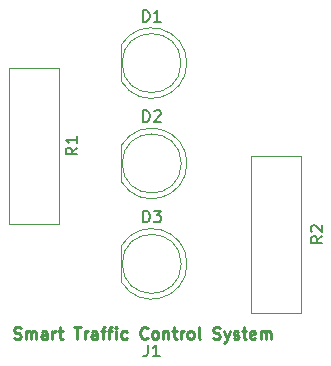
<source format=gbr>
%TF.GenerationSoftware,KiCad,Pcbnew,9.0.0*%
%TF.CreationDate,2025-03-06T15:51:13-05:00*%
%TF.ProjectId,Traffic Control System,54726166-6669-4632-9043-6f6e74726f6c,rev?*%
%TF.SameCoordinates,Original*%
%TF.FileFunction,Legend,Top*%
%TF.FilePolarity,Positive*%
%FSLAX46Y46*%
G04 Gerber Fmt 4.6, Leading zero omitted, Abs format (unit mm)*
G04 Created by KiCad (PCBNEW 9.0.0) date 2025-03-06 15:51:13*
%MOMM*%
%LPD*%
G01*
G04 APERTURE LIST*
%ADD10C,0.250000*%
%ADD11C,0.150000*%
%ADD12C,0.120000*%
G04 APERTURE END LIST*
D10*
X38854949Y-62317000D02*
X38997806Y-62364619D01*
X38997806Y-62364619D02*
X39235901Y-62364619D01*
X39235901Y-62364619D02*
X39331139Y-62317000D01*
X39331139Y-62317000D02*
X39378758Y-62269380D01*
X39378758Y-62269380D02*
X39426377Y-62174142D01*
X39426377Y-62174142D02*
X39426377Y-62078904D01*
X39426377Y-62078904D02*
X39378758Y-61983666D01*
X39378758Y-61983666D02*
X39331139Y-61936047D01*
X39331139Y-61936047D02*
X39235901Y-61888428D01*
X39235901Y-61888428D02*
X39045425Y-61840809D01*
X39045425Y-61840809D02*
X38950187Y-61793190D01*
X38950187Y-61793190D02*
X38902568Y-61745571D01*
X38902568Y-61745571D02*
X38854949Y-61650333D01*
X38854949Y-61650333D02*
X38854949Y-61555095D01*
X38854949Y-61555095D02*
X38902568Y-61459857D01*
X38902568Y-61459857D02*
X38950187Y-61412238D01*
X38950187Y-61412238D02*
X39045425Y-61364619D01*
X39045425Y-61364619D02*
X39283520Y-61364619D01*
X39283520Y-61364619D02*
X39426377Y-61412238D01*
X39854949Y-62364619D02*
X39854949Y-61697952D01*
X39854949Y-61793190D02*
X39902568Y-61745571D01*
X39902568Y-61745571D02*
X39997806Y-61697952D01*
X39997806Y-61697952D02*
X40140663Y-61697952D01*
X40140663Y-61697952D02*
X40235901Y-61745571D01*
X40235901Y-61745571D02*
X40283520Y-61840809D01*
X40283520Y-61840809D02*
X40283520Y-62364619D01*
X40283520Y-61840809D02*
X40331139Y-61745571D01*
X40331139Y-61745571D02*
X40426377Y-61697952D01*
X40426377Y-61697952D02*
X40569234Y-61697952D01*
X40569234Y-61697952D02*
X40664473Y-61745571D01*
X40664473Y-61745571D02*
X40712092Y-61840809D01*
X40712092Y-61840809D02*
X40712092Y-62364619D01*
X41616853Y-62364619D02*
X41616853Y-61840809D01*
X41616853Y-61840809D02*
X41569234Y-61745571D01*
X41569234Y-61745571D02*
X41473996Y-61697952D01*
X41473996Y-61697952D02*
X41283520Y-61697952D01*
X41283520Y-61697952D02*
X41188282Y-61745571D01*
X41616853Y-62317000D02*
X41521615Y-62364619D01*
X41521615Y-62364619D02*
X41283520Y-62364619D01*
X41283520Y-62364619D02*
X41188282Y-62317000D01*
X41188282Y-62317000D02*
X41140663Y-62221761D01*
X41140663Y-62221761D02*
X41140663Y-62126523D01*
X41140663Y-62126523D02*
X41188282Y-62031285D01*
X41188282Y-62031285D02*
X41283520Y-61983666D01*
X41283520Y-61983666D02*
X41521615Y-61983666D01*
X41521615Y-61983666D02*
X41616853Y-61936047D01*
X42093044Y-62364619D02*
X42093044Y-61697952D01*
X42093044Y-61888428D02*
X42140663Y-61793190D01*
X42140663Y-61793190D02*
X42188282Y-61745571D01*
X42188282Y-61745571D02*
X42283520Y-61697952D01*
X42283520Y-61697952D02*
X42378758Y-61697952D01*
X42569235Y-61697952D02*
X42950187Y-61697952D01*
X42712092Y-61364619D02*
X42712092Y-62221761D01*
X42712092Y-62221761D02*
X42759711Y-62317000D01*
X42759711Y-62317000D02*
X42854949Y-62364619D01*
X42854949Y-62364619D02*
X42950187Y-62364619D01*
X43902569Y-61364619D02*
X44473997Y-61364619D01*
X44188283Y-62364619D02*
X44188283Y-61364619D01*
X44807331Y-62364619D02*
X44807331Y-61697952D01*
X44807331Y-61888428D02*
X44854950Y-61793190D01*
X44854950Y-61793190D02*
X44902569Y-61745571D01*
X44902569Y-61745571D02*
X44997807Y-61697952D01*
X44997807Y-61697952D02*
X45093045Y-61697952D01*
X45854950Y-62364619D02*
X45854950Y-61840809D01*
X45854950Y-61840809D02*
X45807331Y-61745571D01*
X45807331Y-61745571D02*
X45712093Y-61697952D01*
X45712093Y-61697952D02*
X45521617Y-61697952D01*
X45521617Y-61697952D02*
X45426379Y-61745571D01*
X45854950Y-62317000D02*
X45759712Y-62364619D01*
X45759712Y-62364619D02*
X45521617Y-62364619D01*
X45521617Y-62364619D02*
X45426379Y-62317000D01*
X45426379Y-62317000D02*
X45378760Y-62221761D01*
X45378760Y-62221761D02*
X45378760Y-62126523D01*
X45378760Y-62126523D02*
X45426379Y-62031285D01*
X45426379Y-62031285D02*
X45521617Y-61983666D01*
X45521617Y-61983666D02*
X45759712Y-61983666D01*
X45759712Y-61983666D02*
X45854950Y-61936047D01*
X46188284Y-61697952D02*
X46569236Y-61697952D01*
X46331141Y-62364619D02*
X46331141Y-61507476D01*
X46331141Y-61507476D02*
X46378760Y-61412238D01*
X46378760Y-61412238D02*
X46473998Y-61364619D01*
X46473998Y-61364619D02*
X46569236Y-61364619D01*
X46759713Y-61697952D02*
X47140665Y-61697952D01*
X46902570Y-62364619D02*
X46902570Y-61507476D01*
X46902570Y-61507476D02*
X46950189Y-61412238D01*
X46950189Y-61412238D02*
X47045427Y-61364619D01*
X47045427Y-61364619D02*
X47140665Y-61364619D01*
X47473999Y-62364619D02*
X47473999Y-61697952D01*
X47473999Y-61364619D02*
X47426380Y-61412238D01*
X47426380Y-61412238D02*
X47473999Y-61459857D01*
X47473999Y-61459857D02*
X47521618Y-61412238D01*
X47521618Y-61412238D02*
X47473999Y-61364619D01*
X47473999Y-61364619D02*
X47473999Y-61459857D01*
X48378760Y-62317000D02*
X48283522Y-62364619D01*
X48283522Y-62364619D02*
X48093046Y-62364619D01*
X48093046Y-62364619D02*
X47997808Y-62317000D01*
X47997808Y-62317000D02*
X47950189Y-62269380D01*
X47950189Y-62269380D02*
X47902570Y-62174142D01*
X47902570Y-62174142D02*
X47902570Y-61888428D01*
X47902570Y-61888428D02*
X47950189Y-61793190D01*
X47950189Y-61793190D02*
X47997808Y-61745571D01*
X47997808Y-61745571D02*
X48093046Y-61697952D01*
X48093046Y-61697952D02*
X48283522Y-61697952D01*
X48283522Y-61697952D02*
X48378760Y-61745571D01*
X50140665Y-62269380D02*
X50093046Y-62317000D01*
X50093046Y-62317000D02*
X49950189Y-62364619D01*
X49950189Y-62364619D02*
X49854951Y-62364619D01*
X49854951Y-62364619D02*
X49712094Y-62317000D01*
X49712094Y-62317000D02*
X49616856Y-62221761D01*
X49616856Y-62221761D02*
X49569237Y-62126523D01*
X49569237Y-62126523D02*
X49521618Y-61936047D01*
X49521618Y-61936047D02*
X49521618Y-61793190D01*
X49521618Y-61793190D02*
X49569237Y-61602714D01*
X49569237Y-61602714D02*
X49616856Y-61507476D01*
X49616856Y-61507476D02*
X49712094Y-61412238D01*
X49712094Y-61412238D02*
X49854951Y-61364619D01*
X49854951Y-61364619D02*
X49950189Y-61364619D01*
X49950189Y-61364619D02*
X50093046Y-61412238D01*
X50093046Y-61412238D02*
X50140665Y-61459857D01*
X50712094Y-62364619D02*
X50616856Y-62317000D01*
X50616856Y-62317000D02*
X50569237Y-62269380D01*
X50569237Y-62269380D02*
X50521618Y-62174142D01*
X50521618Y-62174142D02*
X50521618Y-61888428D01*
X50521618Y-61888428D02*
X50569237Y-61793190D01*
X50569237Y-61793190D02*
X50616856Y-61745571D01*
X50616856Y-61745571D02*
X50712094Y-61697952D01*
X50712094Y-61697952D02*
X50854951Y-61697952D01*
X50854951Y-61697952D02*
X50950189Y-61745571D01*
X50950189Y-61745571D02*
X50997808Y-61793190D01*
X50997808Y-61793190D02*
X51045427Y-61888428D01*
X51045427Y-61888428D02*
X51045427Y-62174142D01*
X51045427Y-62174142D02*
X50997808Y-62269380D01*
X50997808Y-62269380D02*
X50950189Y-62317000D01*
X50950189Y-62317000D02*
X50854951Y-62364619D01*
X50854951Y-62364619D02*
X50712094Y-62364619D01*
X51473999Y-61697952D02*
X51473999Y-62364619D01*
X51473999Y-61793190D02*
X51521618Y-61745571D01*
X51521618Y-61745571D02*
X51616856Y-61697952D01*
X51616856Y-61697952D02*
X51759713Y-61697952D01*
X51759713Y-61697952D02*
X51854951Y-61745571D01*
X51854951Y-61745571D02*
X51902570Y-61840809D01*
X51902570Y-61840809D02*
X51902570Y-62364619D01*
X52235904Y-61697952D02*
X52616856Y-61697952D01*
X52378761Y-61364619D02*
X52378761Y-62221761D01*
X52378761Y-62221761D02*
X52426380Y-62317000D01*
X52426380Y-62317000D02*
X52521618Y-62364619D01*
X52521618Y-62364619D02*
X52616856Y-62364619D01*
X52950190Y-62364619D02*
X52950190Y-61697952D01*
X52950190Y-61888428D02*
X52997809Y-61793190D01*
X52997809Y-61793190D02*
X53045428Y-61745571D01*
X53045428Y-61745571D02*
X53140666Y-61697952D01*
X53140666Y-61697952D02*
X53235904Y-61697952D01*
X53712095Y-62364619D02*
X53616857Y-62317000D01*
X53616857Y-62317000D02*
X53569238Y-62269380D01*
X53569238Y-62269380D02*
X53521619Y-62174142D01*
X53521619Y-62174142D02*
X53521619Y-61888428D01*
X53521619Y-61888428D02*
X53569238Y-61793190D01*
X53569238Y-61793190D02*
X53616857Y-61745571D01*
X53616857Y-61745571D02*
X53712095Y-61697952D01*
X53712095Y-61697952D02*
X53854952Y-61697952D01*
X53854952Y-61697952D02*
X53950190Y-61745571D01*
X53950190Y-61745571D02*
X53997809Y-61793190D01*
X53997809Y-61793190D02*
X54045428Y-61888428D01*
X54045428Y-61888428D02*
X54045428Y-62174142D01*
X54045428Y-62174142D02*
X53997809Y-62269380D01*
X53997809Y-62269380D02*
X53950190Y-62317000D01*
X53950190Y-62317000D02*
X53854952Y-62364619D01*
X53854952Y-62364619D02*
X53712095Y-62364619D01*
X54616857Y-62364619D02*
X54521619Y-62317000D01*
X54521619Y-62317000D02*
X54474000Y-62221761D01*
X54474000Y-62221761D02*
X54474000Y-61364619D01*
X55712096Y-62317000D02*
X55854953Y-62364619D01*
X55854953Y-62364619D02*
X56093048Y-62364619D01*
X56093048Y-62364619D02*
X56188286Y-62317000D01*
X56188286Y-62317000D02*
X56235905Y-62269380D01*
X56235905Y-62269380D02*
X56283524Y-62174142D01*
X56283524Y-62174142D02*
X56283524Y-62078904D01*
X56283524Y-62078904D02*
X56235905Y-61983666D01*
X56235905Y-61983666D02*
X56188286Y-61936047D01*
X56188286Y-61936047D02*
X56093048Y-61888428D01*
X56093048Y-61888428D02*
X55902572Y-61840809D01*
X55902572Y-61840809D02*
X55807334Y-61793190D01*
X55807334Y-61793190D02*
X55759715Y-61745571D01*
X55759715Y-61745571D02*
X55712096Y-61650333D01*
X55712096Y-61650333D02*
X55712096Y-61555095D01*
X55712096Y-61555095D02*
X55759715Y-61459857D01*
X55759715Y-61459857D02*
X55807334Y-61412238D01*
X55807334Y-61412238D02*
X55902572Y-61364619D01*
X55902572Y-61364619D02*
X56140667Y-61364619D01*
X56140667Y-61364619D02*
X56283524Y-61412238D01*
X56616858Y-61697952D02*
X56854953Y-62364619D01*
X57093048Y-61697952D02*
X56854953Y-62364619D01*
X56854953Y-62364619D02*
X56759715Y-62602714D01*
X56759715Y-62602714D02*
X56712096Y-62650333D01*
X56712096Y-62650333D02*
X56616858Y-62697952D01*
X57426382Y-62317000D02*
X57521620Y-62364619D01*
X57521620Y-62364619D02*
X57712096Y-62364619D01*
X57712096Y-62364619D02*
X57807334Y-62317000D01*
X57807334Y-62317000D02*
X57854953Y-62221761D01*
X57854953Y-62221761D02*
X57854953Y-62174142D01*
X57854953Y-62174142D02*
X57807334Y-62078904D01*
X57807334Y-62078904D02*
X57712096Y-62031285D01*
X57712096Y-62031285D02*
X57569239Y-62031285D01*
X57569239Y-62031285D02*
X57474001Y-61983666D01*
X57474001Y-61983666D02*
X57426382Y-61888428D01*
X57426382Y-61888428D02*
X57426382Y-61840809D01*
X57426382Y-61840809D02*
X57474001Y-61745571D01*
X57474001Y-61745571D02*
X57569239Y-61697952D01*
X57569239Y-61697952D02*
X57712096Y-61697952D01*
X57712096Y-61697952D02*
X57807334Y-61745571D01*
X58140668Y-61697952D02*
X58521620Y-61697952D01*
X58283525Y-61364619D02*
X58283525Y-62221761D01*
X58283525Y-62221761D02*
X58331144Y-62317000D01*
X58331144Y-62317000D02*
X58426382Y-62364619D01*
X58426382Y-62364619D02*
X58521620Y-62364619D01*
X59235906Y-62317000D02*
X59140668Y-62364619D01*
X59140668Y-62364619D02*
X58950192Y-62364619D01*
X58950192Y-62364619D02*
X58854954Y-62317000D01*
X58854954Y-62317000D02*
X58807335Y-62221761D01*
X58807335Y-62221761D02*
X58807335Y-61840809D01*
X58807335Y-61840809D02*
X58854954Y-61745571D01*
X58854954Y-61745571D02*
X58950192Y-61697952D01*
X58950192Y-61697952D02*
X59140668Y-61697952D01*
X59140668Y-61697952D02*
X59235906Y-61745571D01*
X59235906Y-61745571D02*
X59283525Y-61840809D01*
X59283525Y-61840809D02*
X59283525Y-61936047D01*
X59283525Y-61936047D02*
X58807335Y-62031285D01*
X59712097Y-62364619D02*
X59712097Y-61697952D01*
X59712097Y-61793190D02*
X59759716Y-61745571D01*
X59759716Y-61745571D02*
X59854954Y-61697952D01*
X59854954Y-61697952D02*
X59997811Y-61697952D01*
X59997811Y-61697952D02*
X60093049Y-61745571D01*
X60093049Y-61745571D02*
X60140668Y-61840809D01*
X60140668Y-61840809D02*
X60140668Y-62364619D01*
X60140668Y-61840809D02*
X60188287Y-61745571D01*
X60188287Y-61745571D02*
X60283525Y-61697952D01*
X60283525Y-61697952D02*
X60426382Y-61697952D01*
X60426382Y-61697952D02*
X60521621Y-61745571D01*
X60521621Y-61745571D02*
X60569240Y-61840809D01*
X60569240Y-61840809D02*
X60569240Y-62364619D01*
D11*
X50166666Y-62834819D02*
X50166666Y-63549104D01*
X50166666Y-63549104D02*
X50119047Y-63691961D01*
X50119047Y-63691961D02*
X50023809Y-63787200D01*
X50023809Y-63787200D02*
X49880952Y-63834819D01*
X49880952Y-63834819D02*
X49785714Y-63834819D01*
X51166666Y-63834819D02*
X50595238Y-63834819D01*
X50880952Y-63834819D02*
X50880952Y-62834819D01*
X50880952Y-62834819D02*
X50785714Y-62977676D01*
X50785714Y-62977676D02*
X50690476Y-63072914D01*
X50690476Y-63072914D02*
X50595238Y-63120533D01*
X49741905Y-35494819D02*
X49741905Y-34494819D01*
X49741905Y-34494819D02*
X49980000Y-34494819D01*
X49980000Y-34494819D02*
X50122857Y-34542438D01*
X50122857Y-34542438D02*
X50218095Y-34637676D01*
X50218095Y-34637676D02*
X50265714Y-34732914D01*
X50265714Y-34732914D02*
X50313333Y-34923390D01*
X50313333Y-34923390D02*
X50313333Y-35066247D01*
X50313333Y-35066247D02*
X50265714Y-35256723D01*
X50265714Y-35256723D02*
X50218095Y-35351961D01*
X50218095Y-35351961D02*
X50122857Y-35447200D01*
X50122857Y-35447200D02*
X49980000Y-35494819D01*
X49980000Y-35494819D02*
X49741905Y-35494819D01*
X51265714Y-35494819D02*
X50694286Y-35494819D01*
X50980000Y-35494819D02*
X50980000Y-34494819D01*
X50980000Y-34494819D02*
X50884762Y-34637676D01*
X50884762Y-34637676D02*
X50789524Y-34732914D01*
X50789524Y-34732914D02*
X50694286Y-34780533D01*
X49756905Y-43994819D02*
X49756905Y-42994819D01*
X49756905Y-42994819D02*
X49995000Y-42994819D01*
X49995000Y-42994819D02*
X50137857Y-43042438D01*
X50137857Y-43042438D02*
X50233095Y-43137676D01*
X50233095Y-43137676D02*
X50280714Y-43232914D01*
X50280714Y-43232914D02*
X50328333Y-43423390D01*
X50328333Y-43423390D02*
X50328333Y-43566247D01*
X50328333Y-43566247D02*
X50280714Y-43756723D01*
X50280714Y-43756723D02*
X50233095Y-43851961D01*
X50233095Y-43851961D02*
X50137857Y-43947200D01*
X50137857Y-43947200D02*
X49995000Y-43994819D01*
X49995000Y-43994819D02*
X49756905Y-43994819D01*
X50709286Y-43090057D02*
X50756905Y-43042438D01*
X50756905Y-43042438D02*
X50852143Y-42994819D01*
X50852143Y-42994819D02*
X51090238Y-42994819D01*
X51090238Y-42994819D02*
X51185476Y-43042438D01*
X51185476Y-43042438D02*
X51233095Y-43090057D01*
X51233095Y-43090057D02*
X51280714Y-43185295D01*
X51280714Y-43185295D02*
X51280714Y-43280533D01*
X51280714Y-43280533D02*
X51233095Y-43423390D01*
X51233095Y-43423390D02*
X50661667Y-43994819D01*
X50661667Y-43994819D02*
X51280714Y-43994819D01*
X49756905Y-52494819D02*
X49756905Y-51494819D01*
X49756905Y-51494819D02*
X49995000Y-51494819D01*
X49995000Y-51494819D02*
X50137857Y-51542438D01*
X50137857Y-51542438D02*
X50233095Y-51637676D01*
X50233095Y-51637676D02*
X50280714Y-51732914D01*
X50280714Y-51732914D02*
X50328333Y-51923390D01*
X50328333Y-51923390D02*
X50328333Y-52066247D01*
X50328333Y-52066247D02*
X50280714Y-52256723D01*
X50280714Y-52256723D02*
X50233095Y-52351961D01*
X50233095Y-52351961D02*
X50137857Y-52447200D01*
X50137857Y-52447200D02*
X49995000Y-52494819D01*
X49995000Y-52494819D02*
X49756905Y-52494819D01*
X50661667Y-51494819D02*
X51280714Y-51494819D01*
X51280714Y-51494819D02*
X50947381Y-51875771D01*
X50947381Y-51875771D02*
X51090238Y-51875771D01*
X51090238Y-51875771D02*
X51185476Y-51923390D01*
X51185476Y-51923390D02*
X51233095Y-51971009D01*
X51233095Y-51971009D02*
X51280714Y-52066247D01*
X51280714Y-52066247D02*
X51280714Y-52304342D01*
X51280714Y-52304342D02*
X51233095Y-52399580D01*
X51233095Y-52399580D02*
X51185476Y-52447200D01*
X51185476Y-52447200D02*
X51090238Y-52494819D01*
X51090238Y-52494819D02*
X50804524Y-52494819D01*
X50804524Y-52494819D02*
X50709286Y-52447200D01*
X50709286Y-52447200D02*
X50661667Y-52399580D01*
X64954819Y-53666666D02*
X64478628Y-53999999D01*
X64954819Y-54238094D02*
X63954819Y-54238094D01*
X63954819Y-54238094D02*
X63954819Y-53857142D01*
X63954819Y-53857142D02*
X64002438Y-53761904D01*
X64002438Y-53761904D02*
X64050057Y-53714285D01*
X64050057Y-53714285D02*
X64145295Y-53666666D01*
X64145295Y-53666666D02*
X64288152Y-53666666D01*
X64288152Y-53666666D02*
X64383390Y-53714285D01*
X64383390Y-53714285D02*
X64431009Y-53761904D01*
X64431009Y-53761904D02*
X64478628Y-53857142D01*
X64478628Y-53857142D02*
X64478628Y-54238094D01*
X64050057Y-53285713D02*
X64002438Y-53238094D01*
X64002438Y-53238094D02*
X63954819Y-53142856D01*
X63954819Y-53142856D02*
X63954819Y-52904761D01*
X63954819Y-52904761D02*
X64002438Y-52809523D01*
X64002438Y-52809523D02*
X64050057Y-52761904D01*
X64050057Y-52761904D02*
X64145295Y-52714285D01*
X64145295Y-52714285D02*
X64240533Y-52714285D01*
X64240533Y-52714285D02*
X64383390Y-52761904D01*
X64383390Y-52761904D02*
X64954819Y-53333332D01*
X64954819Y-53333332D02*
X64954819Y-52714285D01*
X44204819Y-46166666D02*
X43728628Y-46499999D01*
X44204819Y-46738094D02*
X43204819Y-46738094D01*
X43204819Y-46738094D02*
X43204819Y-46357142D01*
X43204819Y-46357142D02*
X43252438Y-46261904D01*
X43252438Y-46261904D02*
X43300057Y-46214285D01*
X43300057Y-46214285D02*
X43395295Y-46166666D01*
X43395295Y-46166666D02*
X43538152Y-46166666D01*
X43538152Y-46166666D02*
X43633390Y-46214285D01*
X43633390Y-46214285D02*
X43681009Y-46261904D01*
X43681009Y-46261904D02*
X43728628Y-46357142D01*
X43728628Y-46357142D02*
X43728628Y-46738094D01*
X44204819Y-45214285D02*
X44204819Y-45785713D01*
X44204819Y-45499999D02*
X43204819Y-45499999D01*
X43204819Y-45499999D02*
X43347676Y-45595237D01*
X43347676Y-45595237D02*
X43442914Y-45690475D01*
X43442914Y-45690475D02*
X43490533Y-45785713D01*
D12*
%TO.C,D1*%
X47920000Y-37455000D02*
X47920000Y-40545000D01*
X47920000Y-37455170D02*
G75*
G02*
X53470000Y-38999952I2560000J-1544830D01*
G01*
X53470000Y-39000048D02*
G75*
G02*
X47920000Y-40544830I-2990000J48D01*
G01*
X52980000Y-39000000D02*
G75*
G02*
X47980000Y-39000000I-2500000J0D01*
G01*
X47980000Y-39000000D02*
G75*
G02*
X52980000Y-39000000I2500000J0D01*
G01*
%TO.C,D2*%
X47935000Y-45955000D02*
X47935000Y-49045000D01*
X47935000Y-45955170D02*
G75*
G02*
X53485000Y-47499952I2560000J-1544830D01*
G01*
X53485000Y-47500048D02*
G75*
G02*
X47935000Y-49044830I-2990000J48D01*
G01*
X52995000Y-47500000D02*
G75*
G02*
X47995000Y-47500000I-2500000J0D01*
G01*
X47995000Y-47500000D02*
G75*
G02*
X52995000Y-47500000I2500000J0D01*
G01*
%TO.C,D3*%
X47935000Y-54455000D02*
X47935000Y-57545000D01*
X47935000Y-54455170D02*
G75*
G02*
X53485000Y-55999952I2560000J-1544830D01*
G01*
X53485000Y-56000048D02*
G75*
G02*
X47935000Y-57544830I-2990000J48D01*
G01*
X52995000Y-56000000D02*
G75*
G02*
X47995000Y-56000000I-2500000J0D01*
G01*
X47995000Y-56000000D02*
G75*
G02*
X52995000Y-56000000I2500000J0D01*
G01*
%TO.C,R2*%
X63120000Y-46880000D02*
X58880000Y-46880000D01*
X63120000Y-46880000D02*
X63120000Y-60120000D01*
X58880000Y-46880000D02*
X58880000Y-60120000D01*
X63120000Y-60120000D02*
X58880000Y-60120000D01*
%TO.C,R1*%
X42620000Y-52620000D02*
X38380000Y-52620000D01*
X38380000Y-39380000D02*
X38380000Y-52620000D01*
X42620000Y-39380000D02*
X42620000Y-52620000D01*
X42620000Y-39380000D02*
X38380000Y-39380000D01*
%TD*%
M02*

</source>
